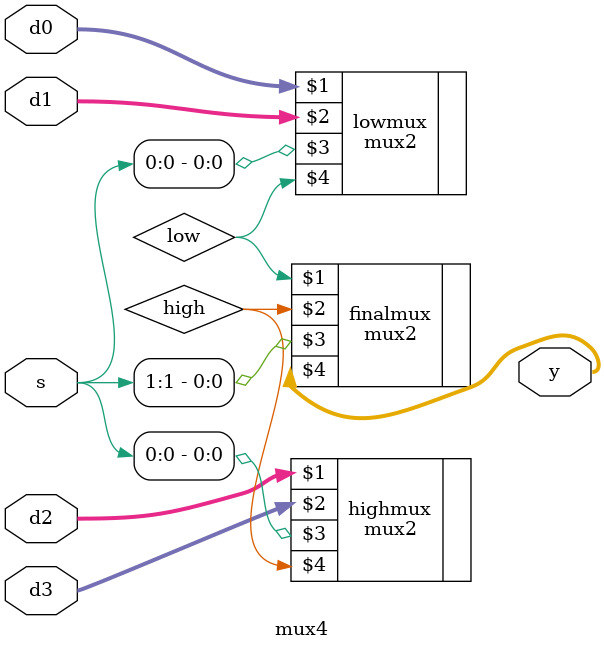
<source format=sv>
module mux4(input logic[3:0] d0,d1,d2,d3,input logic[1:0]s,output logic [3:0]y);
mux2 lowmux(d0,d1,s[0],low);
mux2 highmux(d2,d3,s[0],high);
mux2 finalmux(low,high,s[1],y);
endmodule

</source>
